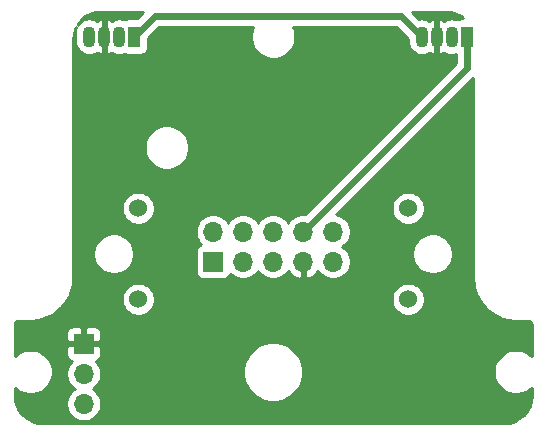
<source format=gbr>
%TF.GenerationSoftware,KiCad,Pcbnew,(5.1.9)-1*%
%TF.CreationDate,2021-09-08T15:23:30-06:00*%
%TF.ProjectId,standby_airspeed_vvi,7374616e-6462-4795-9f61-697273706565,rev?*%
%TF.SameCoordinates,Original*%
%TF.FileFunction,Copper,L2,Bot*%
%TF.FilePolarity,Positive*%
%FSLAX46Y46*%
G04 Gerber Fmt 4.6, Leading zero omitted, Abs format (unit mm)*
G04 Created by KiCad (PCBNEW (5.1.9)-1) date 2021-09-08 15:23:30*
%MOMM*%
%LPD*%
G01*
G04 APERTURE LIST*
%TA.AperFunction,ComponentPad*%
%ADD10C,1.524000*%
%TD*%
%TA.AperFunction,ComponentPad*%
%ADD11O,1.700000X1.700000*%
%TD*%
%TA.AperFunction,ComponentPad*%
%ADD12R,1.700000X1.700000*%
%TD*%
%TA.AperFunction,ComponentPad*%
%ADD13O,1.070000X1.800000*%
%TD*%
%TA.AperFunction,ComponentPad*%
%ADD14R,1.070000X1.800000*%
%TD*%
%TA.AperFunction,Conductor*%
%ADD15C,0.609600*%
%TD*%
%TA.AperFunction,Conductor*%
%ADD16C,0.254000*%
%TD*%
%TA.AperFunction,Conductor*%
%ADD17C,0.100000*%
%TD*%
G04 APERTURE END LIST*
D10*
%TO.P,M1,4*%
%TO.N,/COIL4*%
X191362766Y-93017952D03*
%TO.P,M1,3*%
%TO.N,/COIL3*%
X191362766Y-100717952D03*
%TO.P,M1,2*%
%TO.N,/COIL2*%
X168512766Y-100717952D03*
%TO.P,M1,1*%
%TO.N,/COIL1*%
X168512766Y-93017952D03*
%TD*%
D11*
%TO.P,J3,3*%
%TO.N,GND*%
X163897766Y-109567952D03*
%TO.P,J3,2*%
%TO.N,/ZERO_DETECT*%
X163897766Y-107027952D03*
D12*
%TO.P,J3,1*%
%TO.N,+5V*%
X163897766Y-104487952D03*
%TD*%
D11*
%TO.P,J1,10*%
%TO.N,/COIL4*%
X185017766Y-94994574D03*
%TO.P,J1,9*%
%TO.N,/COIL3*%
X185017766Y-97534574D03*
%TO.P,J1,8*%
%TO.N,/LED_DOUT*%
X182477766Y-94994574D03*
%TO.P,J1,7*%
%TO.N,+5V*%
X182477766Y-97534574D03*
%TO.P,J1,6*%
%TO.N,GND*%
X179937766Y-94994574D03*
%TO.P,J1,5*%
X179937766Y-97534574D03*
%TO.P,J1,4*%
%TO.N,/LED_DIN*%
X177397766Y-94994574D03*
%TO.P,J1,3*%
%TO.N,/ZERO_DETECT*%
X177397766Y-97534574D03*
%TO.P,J1,2*%
%TO.N,/COIL1*%
X174857766Y-94994574D03*
D12*
%TO.P,J1,1*%
%TO.N,/COIL2*%
X174857766Y-97534574D03*
%TD*%
D13*
%TO.P,D2,4*%
%TO.N,Net-(D1-Pad1)*%
X192515515Y-78484574D03*
%TO.P,D2,3*%
%TO.N,+5V*%
X193785515Y-78484574D03*
%TO.P,D2,2*%
%TO.N,GND*%
X195055515Y-78484574D03*
D14*
%TO.P,D2,1*%
%TO.N,/LED_DOUT*%
X196325515Y-78484574D03*
%TD*%
D13*
%TO.P,D1,4*%
%TO.N,/LED_DIN*%
X164360016Y-78484574D03*
%TO.P,D1,3*%
%TO.N,+5V*%
X165630016Y-78484574D03*
%TO.P,D1,2*%
%TO.N,GND*%
X166900016Y-78484574D03*
D14*
%TO.P,D1,1*%
%TO.N,Net-(D1-Pad1)*%
X168170016Y-78484574D03*
%TD*%
D15*
%TO.N,Net-(D1-Pad1)*%
X190760714Y-76729773D02*
X192515515Y-78484574D01*
X169924817Y-76729773D02*
X190760714Y-76729773D01*
X168170016Y-78484574D02*
X169924817Y-76729773D01*
%TO.N,/LED_DOUT*%
X196325515Y-81146825D02*
X196325515Y-78484574D01*
X182477766Y-94994574D02*
X196325515Y-81146825D01*
%TD*%
D16*
%TO.N,+5V*%
X168379011Y-76946502D02*
X167635016Y-76946502D01*
X167510534Y-76958762D01*
X167390836Y-76995072D01*
X167330273Y-77027444D01*
X167129376Y-76966503D01*
X166900016Y-76943913D01*
X166670657Y-76966503D01*
X166450111Y-77033405D01*
X166262420Y-77133728D01*
X166174437Y-77076197D01*
X165937399Y-76990674D01*
X165757016Y-77116330D01*
X165757016Y-77857014D01*
X165746945Y-77890214D01*
X165730016Y-78062097D01*
X165730016Y-78907050D01*
X165746945Y-79078933D01*
X165757016Y-79112133D01*
X165757016Y-79852818D01*
X165937399Y-79978474D01*
X166174437Y-79892951D01*
X166262420Y-79835420D01*
X166450110Y-79935743D01*
X166670656Y-80002645D01*
X166900016Y-80025235D01*
X167129375Y-80002645D01*
X167330272Y-79941703D01*
X167390836Y-79974076D01*
X167510534Y-80010386D01*
X167635016Y-80022646D01*
X168705016Y-80022646D01*
X168829498Y-80010386D01*
X168949196Y-79974076D01*
X169059510Y-79915111D01*
X169156201Y-79835759D01*
X169235553Y-79739068D01*
X169294518Y-79628754D01*
X169330828Y-79509056D01*
X169343088Y-79384574D01*
X169343088Y-78640579D01*
X170314095Y-77669573D01*
X178235041Y-77669573D01*
X178125205Y-77934740D01*
X178052766Y-78298918D01*
X178052766Y-78670230D01*
X178125205Y-79034408D01*
X178267300Y-79377456D01*
X178473591Y-79686192D01*
X178736148Y-79948749D01*
X179044884Y-80155040D01*
X179387932Y-80297135D01*
X179752110Y-80369574D01*
X180123422Y-80369574D01*
X180487600Y-80297135D01*
X180830648Y-80155040D01*
X181139384Y-79948749D01*
X181401941Y-79686192D01*
X181608232Y-79377456D01*
X181750327Y-79034408D01*
X181822766Y-78670230D01*
X181822766Y-78298918D01*
X181750327Y-77934740D01*
X181640491Y-77669573D01*
X190371438Y-77669573D01*
X191345515Y-78643651D01*
X191345515Y-78907050D01*
X191362444Y-79078933D01*
X191429346Y-79299479D01*
X191537989Y-79502735D01*
X191684197Y-79680892D01*
X191862353Y-79827100D01*
X192065609Y-79935743D01*
X192286155Y-80002645D01*
X192515515Y-80025235D01*
X192744874Y-80002645D01*
X192965420Y-79935743D01*
X193153111Y-79835420D01*
X193241094Y-79892951D01*
X193478132Y-79978474D01*
X193658515Y-79852818D01*
X193658515Y-79112134D01*
X193668586Y-79078934D01*
X193685515Y-78907051D01*
X193685515Y-78062098D01*
X193668586Y-77890215D01*
X193658515Y-77857015D01*
X193658515Y-77116330D01*
X193478132Y-76990674D01*
X193241094Y-77076197D01*
X193153111Y-77133728D01*
X192965421Y-77033405D01*
X192744875Y-76966503D01*
X192515515Y-76943913D01*
X192322902Y-76962884D01*
X191725469Y-76365452D01*
X194483236Y-76365452D01*
X194969408Y-76413122D01*
X195406013Y-76544941D01*
X195808700Y-76759052D01*
X196038536Y-76946502D01*
X195790515Y-76946502D01*
X195666033Y-76958762D01*
X195546335Y-76995072D01*
X195485772Y-77027444D01*
X195284875Y-76966503D01*
X195055515Y-76943913D01*
X194826156Y-76966503D01*
X194605610Y-77033405D01*
X194417919Y-77133728D01*
X194329936Y-77076197D01*
X194092898Y-76990674D01*
X193912515Y-77116330D01*
X193912515Y-77857014D01*
X193902444Y-77890214D01*
X193885515Y-78062097D01*
X193885515Y-78907050D01*
X193902444Y-79078933D01*
X193912515Y-79112133D01*
X193912515Y-79852818D01*
X194092898Y-79978474D01*
X194329936Y-79892951D01*
X194417919Y-79835420D01*
X194605609Y-79935743D01*
X194826155Y-80002645D01*
X195055515Y-80025235D01*
X195284874Y-80002645D01*
X195385715Y-79972055D01*
X195385715Y-80757547D01*
X182632087Y-93511177D01*
X182624026Y-93509574D01*
X182331506Y-93509574D01*
X182044608Y-93566642D01*
X181774355Y-93678584D01*
X181531134Y-93841099D01*
X181324291Y-94047942D01*
X181207766Y-94222334D01*
X181091241Y-94047942D01*
X180884398Y-93841099D01*
X180641177Y-93678584D01*
X180370924Y-93566642D01*
X180084026Y-93509574D01*
X179791506Y-93509574D01*
X179504608Y-93566642D01*
X179234355Y-93678584D01*
X178991134Y-93841099D01*
X178784291Y-94047942D01*
X178667766Y-94222334D01*
X178551241Y-94047942D01*
X178344398Y-93841099D01*
X178101177Y-93678584D01*
X177830924Y-93566642D01*
X177544026Y-93509574D01*
X177251506Y-93509574D01*
X176964608Y-93566642D01*
X176694355Y-93678584D01*
X176451134Y-93841099D01*
X176244291Y-94047942D01*
X176127766Y-94222334D01*
X176011241Y-94047942D01*
X175804398Y-93841099D01*
X175561177Y-93678584D01*
X175290924Y-93566642D01*
X175004026Y-93509574D01*
X174711506Y-93509574D01*
X174424608Y-93566642D01*
X174154355Y-93678584D01*
X173911134Y-93841099D01*
X173704291Y-94047942D01*
X173541776Y-94291163D01*
X173429834Y-94561416D01*
X173372766Y-94848314D01*
X173372766Y-95140834D01*
X173429834Y-95427732D01*
X173541776Y-95697985D01*
X173704291Y-95941206D01*
X173836146Y-96073061D01*
X173763586Y-96095072D01*
X173653272Y-96154037D01*
X173556581Y-96233389D01*
X173477229Y-96330080D01*
X173418264Y-96440394D01*
X173381954Y-96560092D01*
X173369694Y-96684574D01*
X173369694Y-98384574D01*
X173381954Y-98509056D01*
X173418264Y-98628754D01*
X173477229Y-98739068D01*
X173556581Y-98835759D01*
X173653272Y-98915111D01*
X173763586Y-98974076D01*
X173883284Y-99010386D01*
X174007766Y-99022646D01*
X175707766Y-99022646D01*
X175832248Y-99010386D01*
X175951946Y-98974076D01*
X176062260Y-98915111D01*
X176158951Y-98835759D01*
X176238303Y-98739068D01*
X176297268Y-98628754D01*
X176319279Y-98556194D01*
X176451134Y-98688049D01*
X176694355Y-98850564D01*
X176964608Y-98962506D01*
X177251506Y-99019574D01*
X177544026Y-99019574D01*
X177830924Y-98962506D01*
X178101177Y-98850564D01*
X178344398Y-98688049D01*
X178551241Y-98481206D01*
X178667766Y-98306814D01*
X178784291Y-98481206D01*
X178991134Y-98688049D01*
X179234355Y-98850564D01*
X179504608Y-98962506D01*
X179791506Y-99019574D01*
X180084026Y-99019574D01*
X180370924Y-98962506D01*
X180641177Y-98850564D01*
X180884398Y-98688049D01*
X181091241Y-98481206D01*
X181212961Y-98299040D01*
X181282588Y-98415929D01*
X181477497Y-98632162D01*
X181710846Y-98806215D01*
X181973667Y-98931399D01*
X182120876Y-98976050D01*
X182350766Y-98854729D01*
X182350766Y-97661574D01*
X182330766Y-97661574D01*
X182330766Y-97407574D01*
X182350766Y-97407574D01*
X182350766Y-97387574D01*
X182604766Y-97387574D01*
X182604766Y-97407574D01*
X182624766Y-97407574D01*
X182624766Y-97661574D01*
X182604766Y-97661574D01*
X182604766Y-98854729D01*
X182834656Y-98976050D01*
X182981865Y-98931399D01*
X183244686Y-98806215D01*
X183478035Y-98632162D01*
X183672944Y-98415929D01*
X183742571Y-98299040D01*
X183864291Y-98481206D01*
X184071134Y-98688049D01*
X184314355Y-98850564D01*
X184584608Y-98962506D01*
X184871506Y-99019574D01*
X185164026Y-99019574D01*
X185450924Y-98962506D01*
X185721177Y-98850564D01*
X185964398Y-98688049D01*
X186171241Y-98481206D01*
X186333756Y-98237985D01*
X186445698Y-97967732D01*
X186502766Y-97680834D01*
X186502766Y-97388314D01*
X186445698Y-97101416D01*
X186333756Y-96831163D01*
X186244158Y-96697069D01*
X191702766Y-96697069D01*
X191702766Y-97038835D01*
X191769441Y-97374033D01*
X191900229Y-97689783D01*
X192090103Y-97973950D01*
X192331768Y-98215615D01*
X192615935Y-98405489D01*
X192931685Y-98536277D01*
X193266883Y-98602952D01*
X193608649Y-98602952D01*
X193943847Y-98536277D01*
X194259597Y-98405489D01*
X194543764Y-98215615D01*
X194785429Y-97973950D01*
X194975303Y-97689783D01*
X195106091Y-97374033D01*
X195172766Y-97038835D01*
X195172766Y-96697069D01*
X195106091Y-96361871D01*
X194975303Y-96046121D01*
X194785429Y-95761954D01*
X194543764Y-95520289D01*
X194259597Y-95330415D01*
X193943847Y-95199627D01*
X193608649Y-95132952D01*
X193266883Y-95132952D01*
X192931685Y-95199627D01*
X192615935Y-95330415D01*
X192331768Y-95520289D01*
X192090103Y-95761954D01*
X191900229Y-96046121D01*
X191769441Y-96361871D01*
X191702766Y-96697069D01*
X186244158Y-96697069D01*
X186171241Y-96587942D01*
X185964398Y-96381099D01*
X185790006Y-96264574D01*
X185964398Y-96148049D01*
X186171241Y-95941206D01*
X186333756Y-95697985D01*
X186445698Y-95427732D01*
X186502766Y-95140834D01*
X186502766Y-94848314D01*
X186445698Y-94561416D01*
X186333756Y-94291163D01*
X186171241Y-94047942D01*
X185964398Y-93841099D01*
X185721177Y-93678584D01*
X185450924Y-93566642D01*
X185270636Y-93530780D01*
X185921056Y-92880360D01*
X189965766Y-92880360D01*
X189965766Y-93155544D01*
X190019452Y-93425442D01*
X190124761Y-93679679D01*
X190277646Y-93908487D01*
X190472231Y-94103072D01*
X190701039Y-94255957D01*
X190955276Y-94361266D01*
X191225174Y-94414952D01*
X191500358Y-94414952D01*
X191770256Y-94361266D01*
X192024493Y-94255957D01*
X192253301Y-94103072D01*
X192447886Y-93908487D01*
X192600771Y-93679679D01*
X192706080Y-93425442D01*
X192759766Y-93155544D01*
X192759766Y-92880360D01*
X192706080Y-92610462D01*
X192600771Y-92356225D01*
X192447886Y-92127417D01*
X192253301Y-91932832D01*
X192024493Y-91779947D01*
X191770256Y-91674638D01*
X191500358Y-91620952D01*
X191225174Y-91620952D01*
X190955276Y-91674638D01*
X190701039Y-91779947D01*
X190472231Y-91932832D01*
X190277646Y-92127417D01*
X190124761Y-92356225D01*
X190019452Y-92610462D01*
X189965766Y-92880360D01*
X185921056Y-92880360D01*
X196855515Y-81945903D01*
X196855516Y-98900371D01*
X196858435Y-98930006D01*
X196858304Y-98948713D01*
X196859204Y-98957885D01*
X196920404Y-99540174D01*
X196932436Y-99598784D01*
X196943642Y-99657532D01*
X196946306Y-99666354D01*
X197119443Y-100225667D01*
X197142613Y-100280785D01*
X197165031Y-100336274D01*
X197169358Y-100344410D01*
X197447834Y-100859442D01*
X197481272Y-100909016D01*
X197514039Y-100959090D01*
X197519863Y-100966231D01*
X197893073Y-101417364D01*
X197935544Y-101459540D01*
X197977372Y-101502253D01*
X197984472Y-101508127D01*
X198438201Y-101878179D01*
X198488009Y-101911272D01*
X198537383Y-101945079D01*
X198545489Y-101949462D01*
X199062454Y-102224336D01*
X199117766Y-102247134D01*
X199172740Y-102270696D01*
X199181543Y-102273421D01*
X199742051Y-102442648D01*
X199800739Y-102454268D01*
X199859242Y-102466704D01*
X199868407Y-102467667D01*
X200451109Y-102524802D01*
X200451123Y-102524802D01*
X200483096Y-102527951D01*
X201458971Y-102527951D01*
X201556674Y-102537531D01*
X201619606Y-102556531D01*
X201677655Y-102587396D01*
X201728593Y-102628940D01*
X201770498Y-102679595D01*
X201801765Y-102737422D01*
X201821206Y-102800223D01*
X201831251Y-102895796D01*
X201831251Y-105542159D01*
X201692868Y-105403776D01*
X201384132Y-105197485D01*
X201041084Y-105055390D01*
X200676906Y-104982951D01*
X200305594Y-104982951D01*
X199941416Y-105055390D01*
X199598368Y-105197485D01*
X199289632Y-105403776D01*
X199027075Y-105666333D01*
X198820784Y-105975069D01*
X198678689Y-106318117D01*
X198606250Y-106682295D01*
X198606250Y-107053607D01*
X198678689Y-107417785D01*
X198820784Y-107760833D01*
X199027075Y-108069569D01*
X199289632Y-108332126D01*
X199598368Y-108538417D01*
X199941416Y-108680512D01*
X200305594Y-108752951D01*
X200676906Y-108752951D01*
X201041084Y-108680512D01*
X201384132Y-108538417D01*
X201692868Y-108332126D01*
X201831250Y-108193744D01*
X201831250Y-108835672D01*
X201783580Y-109321845D01*
X201651762Y-109758448D01*
X201437649Y-110161137D01*
X201149400Y-110514564D01*
X200797989Y-110805278D01*
X200396814Y-111022191D01*
X199961136Y-111157057D01*
X199476914Y-111207951D01*
X160416560Y-111207951D01*
X159930387Y-111160281D01*
X159493784Y-111028463D01*
X159091095Y-110814350D01*
X158737668Y-110526101D01*
X158446954Y-110174690D01*
X158230041Y-109773515D01*
X158095175Y-109337837D01*
X158044281Y-108853615D01*
X158044281Y-108193744D01*
X158182663Y-108332126D01*
X158491399Y-108538417D01*
X158834447Y-108680512D01*
X159198625Y-108752951D01*
X159569937Y-108752951D01*
X159934115Y-108680512D01*
X160277163Y-108538417D01*
X160585899Y-108332126D01*
X160848456Y-108069569D01*
X161054747Y-107760833D01*
X161196842Y-107417785D01*
X161269281Y-107053607D01*
X161269281Y-106682295D01*
X161196842Y-106318117D01*
X161054747Y-105975069D01*
X160848456Y-105666333D01*
X160585899Y-105403776D01*
X160487387Y-105337952D01*
X162409694Y-105337952D01*
X162421954Y-105462434D01*
X162458264Y-105582132D01*
X162517229Y-105692446D01*
X162596581Y-105789137D01*
X162693272Y-105868489D01*
X162803586Y-105927454D01*
X162876146Y-105949465D01*
X162744291Y-106081320D01*
X162581776Y-106324541D01*
X162469834Y-106594794D01*
X162412766Y-106881692D01*
X162412766Y-107174212D01*
X162469834Y-107461110D01*
X162581776Y-107731363D01*
X162744291Y-107974584D01*
X162951134Y-108181427D01*
X163125526Y-108297952D01*
X162951134Y-108414477D01*
X162744291Y-108621320D01*
X162581776Y-108864541D01*
X162469834Y-109134794D01*
X162412766Y-109421692D01*
X162412766Y-109714212D01*
X162469834Y-110001110D01*
X162581776Y-110271363D01*
X162744291Y-110514584D01*
X162951134Y-110721427D01*
X163194355Y-110883942D01*
X163464608Y-110995884D01*
X163751506Y-111052952D01*
X164044026Y-111052952D01*
X164330924Y-110995884D01*
X164601177Y-110883942D01*
X164844398Y-110721427D01*
X165051241Y-110514584D01*
X165213756Y-110271363D01*
X165325698Y-110001110D01*
X165382766Y-109714212D01*
X165382766Y-109421692D01*
X165325698Y-109134794D01*
X165213756Y-108864541D01*
X165051241Y-108621320D01*
X164844398Y-108414477D01*
X164670006Y-108297952D01*
X164844398Y-108181427D01*
X165051241Y-107974584D01*
X165213756Y-107731363D01*
X165325698Y-107461110D01*
X165382766Y-107174212D01*
X165382766Y-106881692D01*
X165330369Y-106618276D01*
X177402766Y-106618276D01*
X177402766Y-107117628D01*
X177500184Y-107607384D01*
X177691278Y-108068725D01*
X177968703Y-108483920D01*
X178321798Y-108837015D01*
X178736993Y-109114440D01*
X179198334Y-109305534D01*
X179688090Y-109402952D01*
X180187442Y-109402952D01*
X180677198Y-109305534D01*
X181138539Y-109114440D01*
X181553734Y-108837015D01*
X181906829Y-108483920D01*
X182184254Y-108068725D01*
X182375348Y-107607384D01*
X182472766Y-107117628D01*
X182472766Y-106618276D01*
X182375348Y-106128520D01*
X182184254Y-105667179D01*
X181906829Y-105251984D01*
X181553734Y-104898889D01*
X181138539Y-104621464D01*
X180677198Y-104430370D01*
X180187442Y-104332952D01*
X179688090Y-104332952D01*
X179198334Y-104430370D01*
X178736993Y-104621464D01*
X178321798Y-104898889D01*
X177968703Y-105251984D01*
X177691278Y-105667179D01*
X177500184Y-106128520D01*
X177402766Y-106618276D01*
X165330369Y-106618276D01*
X165325698Y-106594794D01*
X165213756Y-106324541D01*
X165051241Y-106081320D01*
X164919386Y-105949465D01*
X164991946Y-105927454D01*
X165102260Y-105868489D01*
X165198951Y-105789137D01*
X165278303Y-105692446D01*
X165337268Y-105582132D01*
X165373578Y-105462434D01*
X165385838Y-105337952D01*
X165382766Y-104773702D01*
X165224016Y-104614952D01*
X164024766Y-104614952D01*
X164024766Y-104634952D01*
X163770766Y-104634952D01*
X163770766Y-104614952D01*
X162571516Y-104614952D01*
X162412766Y-104773702D01*
X162409694Y-105337952D01*
X160487387Y-105337952D01*
X160277163Y-105197485D01*
X159934115Y-105055390D01*
X159569937Y-104982951D01*
X159198625Y-104982951D01*
X158834447Y-105055390D01*
X158491399Y-105197485D01*
X158182663Y-105403776D01*
X158044281Y-105542158D01*
X158044281Y-103637952D01*
X162409694Y-103637952D01*
X162412766Y-104202202D01*
X162571516Y-104360952D01*
X163770766Y-104360952D01*
X163770766Y-103161702D01*
X164024766Y-103161702D01*
X164024766Y-104360952D01*
X165224016Y-104360952D01*
X165382766Y-104202202D01*
X165385838Y-103637952D01*
X165373578Y-103513470D01*
X165337268Y-103393772D01*
X165278303Y-103283458D01*
X165198951Y-103186767D01*
X165102260Y-103107415D01*
X164991946Y-103048450D01*
X164872248Y-103012140D01*
X164747766Y-102999880D01*
X164183516Y-103002952D01*
X164024766Y-103161702D01*
X163770766Y-103161702D01*
X163612016Y-103002952D01*
X163047766Y-102999880D01*
X162923284Y-103012140D01*
X162803586Y-103048450D01*
X162693272Y-103107415D01*
X162596581Y-103186767D01*
X162517229Y-103283458D01*
X162458264Y-103393772D01*
X162421954Y-103513470D01*
X162409694Y-103637952D01*
X158044281Y-103637952D01*
X158044281Y-102900230D01*
X158053861Y-102802527D01*
X158072861Y-102739595D01*
X158103726Y-102681546D01*
X158145270Y-102630608D01*
X158195925Y-102588703D01*
X158253752Y-102557436D01*
X158316553Y-102537995D01*
X158412116Y-102527951D01*
X159392435Y-102527951D01*
X159422079Y-102525031D01*
X159440777Y-102525162D01*
X159449949Y-102524262D01*
X160032238Y-102463062D01*
X160090818Y-102451037D01*
X160149596Y-102439825D01*
X160158417Y-102437161D01*
X160717729Y-102264025D01*
X160772859Y-102240850D01*
X160828338Y-102218436D01*
X160836474Y-102214109D01*
X161351507Y-101935632D01*
X161401098Y-101902182D01*
X161451152Y-101869428D01*
X161458293Y-101863603D01*
X161909428Y-101490393D01*
X161951568Y-101447957D01*
X161994318Y-101406094D01*
X162000192Y-101398993D01*
X162370243Y-100945265D01*
X162403332Y-100895461D01*
X162437142Y-100846083D01*
X162441524Y-100837977D01*
X162578501Y-100580360D01*
X167115766Y-100580360D01*
X167115766Y-100855544D01*
X167169452Y-101125442D01*
X167274761Y-101379679D01*
X167427646Y-101608487D01*
X167622231Y-101803072D01*
X167851039Y-101955957D01*
X168105276Y-102061266D01*
X168375174Y-102114952D01*
X168650358Y-102114952D01*
X168920256Y-102061266D01*
X169174493Y-101955957D01*
X169403301Y-101803072D01*
X169597886Y-101608487D01*
X169750771Y-101379679D01*
X169856080Y-101125442D01*
X169909766Y-100855544D01*
X169909766Y-100580360D01*
X189965766Y-100580360D01*
X189965766Y-100855544D01*
X190019452Y-101125442D01*
X190124761Y-101379679D01*
X190277646Y-101608487D01*
X190472231Y-101803072D01*
X190701039Y-101955957D01*
X190955276Y-102061266D01*
X191225174Y-102114952D01*
X191500358Y-102114952D01*
X191770256Y-102061266D01*
X192024493Y-101955957D01*
X192253301Y-101803072D01*
X192447886Y-101608487D01*
X192600771Y-101379679D01*
X192706080Y-101125442D01*
X192759766Y-100855544D01*
X192759766Y-100580360D01*
X192706080Y-100310462D01*
X192600771Y-100056225D01*
X192447886Y-99827417D01*
X192253301Y-99632832D01*
X192024493Y-99479947D01*
X191770256Y-99374638D01*
X191500358Y-99320952D01*
X191225174Y-99320952D01*
X190955276Y-99374638D01*
X190701039Y-99479947D01*
X190472231Y-99632832D01*
X190277646Y-99827417D01*
X190124761Y-100056225D01*
X190019452Y-100310462D01*
X189965766Y-100580360D01*
X169909766Y-100580360D01*
X169856080Y-100310462D01*
X169750771Y-100056225D01*
X169597886Y-99827417D01*
X169403301Y-99632832D01*
X169174493Y-99479947D01*
X168920256Y-99374638D01*
X168650358Y-99320952D01*
X168375174Y-99320952D01*
X168105276Y-99374638D01*
X167851039Y-99479947D01*
X167622231Y-99632832D01*
X167427646Y-99827417D01*
X167274761Y-100056225D01*
X167169452Y-100310462D01*
X167115766Y-100580360D01*
X162578501Y-100580360D01*
X162716399Y-100321014D01*
X162739203Y-100265687D01*
X162762759Y-100210727D01*
X162765484Y-100201924D01*
X162934711Y-99641416D01*
X162946331Y-99582728D01*
X162958767Y-99524225D01*
X162959730Y-99515060D01*
X163016732Y-98933716D01*
X163020016Y-98900371D01*
X163020016Y-96697069D01*
X164702766Y-96697069D01*
X164702766Y-97038835D01*
X164769441Y-97374033D01*
X164900229Y-97689783D01*
X165090103Y-97973950D01*
X165331768Y-98215615D01*
X165615935Y-98405489D01*
X165931685Y-98536277D01*
X166266883Y-98602952D01*
X166608649Y-98602952D01*
X166943847Y-98536277D01*
X167259597Y-98405489D01*
X167543764Y-98215615D01*
X167785429Y-97973950D01*
X167975303Y-97689783D01*
X168106091Y-97374033D01*
X168172766Y-97038835D01*
X168172766Y-96697069D01*
X168106091Y-96361871D01*
X167975303Y-96046121D01*
X167785429Y-95761954D01*
X167543764Y-95520289D01*
X167259597Y-95330415D01*
X166943847Y-95199627D01*
X166608649Y-95132952D01*
X166266883Y-95132952D01*
X165931685Y-95199627D01*
X165615935Y-95330415D01*
X165331768Y-95520289D01*
X165090103Y-95761954D01*
X164900229Y-96046121D01*
X164769441Y-96361871D01*
X164702766Y-96697069D01*
X163020016Y-96697069D01*
X163020016Y-92880360D01*
X167115766Y-92880360D01*
X167115766Y-93155544D01*
X167169452Y-93425442D01*
X167274761Y-93679679D01*
X167427646Y-93908487D01*
X167622231Y-94103072D01*
X167851039Y-94255957D01*
X168105276Y-94361266D01*
X168375174Y-94414952D01*
X168650358Y-94414952D01*
X168920256Y-94361266D01*
X169174493Y-94255957D01*
X169403301Y-94103072D01*
X169597886Y-93908487D01*
X169750771Y-93679679D01*
X169856080Y-93425442D01*
X169909766Y-93155544D01*
X169909766Y-92880360D01*
X169856080Y-92610462D01*
X169750771Y-92356225D01*
X169597886Y-92127417D01*
X169403301Y-91932832D01*
X169174493Y-91779947D01*
X168920256Y-91674638D01*
X168650358Y-91620952D01*
X168375174Y-91620952D01*
X168105276Y-91674638D01*
X167851039Y-91779947D01*
X167622231Y-91932832D01*
X167427646Y-92127417D01*
X167274761Y-92356225D01*
X167169452Y-92610462D01*
X167115766Y-92880360D01*
X163020016Y-92880360D01*
X163020016Y-87682296D01*
X169052766Y-87682296D01*
X169052766Y-88053608D01*
X169125205Y-88417786D01*
X169267300Y-88760834D01*
X169473591Y-89069570D01*
X169736148Y-89332127D01*
X170044884Y-89538418D01*
X170387932Y-89680513D01*
X170752110Y-89752952D01*
X171123422Y-89752952D01*
X171487600Y-89680513D01*
X171830648Y-89538418D01*
X172139384Y-89332127D01*
X172401941Y-89069570D01*
X172608232Y-88760834D01*
X172750327Y-88417786D01*
X172822766Y-88053608D01*
X172822766Y-87682296D01*
X172750327Y-87318118D01*
X172608232Y-86975070D01*
X172401941Y-86666334D01*
X172139384Y-86403777D01*
X171830648Y-86197486D01*
X171487600Y-86055391D01*
X171123422Y-85982952D01*
X170752110Y-85982952D01*
X170387932Y-86055391D01*
X170044884Y-86197486D01*
X169736148Y-86403777D01*
X169473591Y-86666334D01*
X169267300Y-86975070D01*
X169125205Y-87318118D01*
X169052766Y-87682296D01*
X163020016Y-87682296D01*
X163020016Y-78737731D01*
X163067686Y-78251559D01*
X163199505Y-77814954D01*
X163269985Y-77682399D01*
X163206945Y-77890214D01*
X163190016Y-78062097D01*
X163190016Y-78907050D01*
X163206945Y-79078933D01*
X163273847Y-79299479D01*
X163382490Y-79502735D01*
X163528698Y-79680892D01*
X163706854Y-79827100D01*
X163910110Y-79935743D01*
X164130656Y-80002645D01*
X164360016Y-80025235D01*
X164589375Y-80002645D01*
X164809921Y-79935743D01*
X164997612Y-79835420D01*
X165085595Y-79892951D01*
X165322633Y-79978474D01*
X165503016Y-79852818D01*
X165503016Y-79112134D01*
X165513087Y-79078934D01*
X165530016Y-78907051D01*
X165530016Y-78062098D01*
X165513087Y-77890215D01*
X165503016Y-77857015D01*
X165503016Y-77116330D01*
X165322633Y-76990674D01*
X165085595Y-77076197D01*
X164997612Y-77133728D01*
X164809922Y-77033405D01*
X164589376Y-76966503D01*
X164360016Y-76943913D01*
X164130657Y-76966503D01*
X163910111Y-77033405D01*
X163706855Y-77142048D01*
X163528699Y-77288256D01*
X163389125Y-77458328D01*
X163413616Y-77412267D01*
X163701864Y-77058840D01*
X164053277Y-76768125D01*
X164454455Y-76551210D01*
X164890129Y-76416346D01*
X165374360Y-76365452D01*
X168960060Y-76365452D01*
X168379011Y-76946502D01*
%TA.AperFunction,Conductor*%
D17*
G36*
X168379011Y-76946502D02*
G01*
X167635016Y-76946502D01*
X167510534Y-76958762D01*
X167390836Y-76995072D01*
X167330273Y-77027444D01*
X167129376Y-76966503D01*
X166900016Y-76943913D01*
X166670657Y-76966503D01*
X166450111Y-77033405D01*
X166262420Y-77133728D01*
X166174437Y-77076197D01*
X165937399Y-76990674D01*
X165757016Y-77116330D01*
X165757016Y-77857014D01*
X165746945Y-77890214D01*
X165730016Y-78062097D01*
X165730016Y-78907050D01*
X165746945Y-79078933D01*
X165757016Y-79112133D01*
X165757016Y-79852818D01*
X165937399Y-79978474D01*
X166174437Y-79892951D01*
X166262420Y-79835420D01*
X166450110Y-79935743D01*
X166670656Y-80002645D01*
X166900016Y-80025235D01*
X167129375Y-80002645D01*
X167330272Y-79941703D01*
X167390836Y-79974076D01*
X167510534Y-80010386D01*
X167635016Y-80022646D01*
X168705016Y-80022646D01*
X168829498Y-80010386D01*
X168949196Y-79974076D01*
X169059510Y-79915111D01*
X169156201Y-79835759D01*
X169235553Y-79739068D01*
X169294518Y-79628754D01*
X169330828Y-79509056D01*
X169343088Y-79384574D01*
X169343088Y-78640579D01*
X170314095Y-77669573D01*
X178235041Y-77669573D01*
X178125205Y-77934740D01*
X178052766Y-78298918D01*
X178052766Y-78670230D01*
X178125205Y-79034408D01*
X178267300Y-79377456D01*
X178473591Y-79686192D01*
X178736148Y-79948749D01*
X179044884Y-80155040D01*
X179387932Y-80297135D01*
X179752110Y-80369574D01*
X180123422Y-80369574D01*
X180487600Y-80297135D01*
X180830648Y-80155040D01*
X181139384Y-79948749D01*
X181401941Y-79686192D01*
X181608232Y-79377456D01*
X181750327Y-79034408D01*
X181822766Y-78670230D01*
X181822766Y-78298918D01*
X181750327Y-77934740D01*
X181640491Y-77669573D01*
X190371438Y-77669573D01*
X191345515Y-78643651D01*
X191345515Y-78907050D01*
X191362444Y-79078933D01*
X191429346Y-79299479D01*
X191537989Y-79502735D01*
X191684197Y-79680892D01*
X191862353Y-79827100D01*
X192065609Y-79935743D01*
X192286155Y-80002645D01*
X192515515Y-80025235D01*
X192744874Y-80002645D01*
X192965420Y-79935743D01*
X193153111Y-79835420D01*
X193241094Y-79892951D01*
X193478132Y-79978474D01*
X193658515Y-79852818D01*
X193658515Y-79112134D01*
X193668586Y-79078934D01*
X193685515Y-78907051D01*
X193685515Y-78062098D01*
X193668586Y-77890215D01*
X193658515Y-77857015D01*
X193658515Y-77116330D01*
X193478132Y-76990674D01*
X193241094Y-77076197D01*
X193153111Y-77133728D01*
X192965421Y-77033405D01*
X192744875Y-76966503D01*
X192515515Y-76943913D01*
X192322902Y-76962884D01*
X191725469Y-76365452D01*
X194483236Y-76365452D01*
X194969408Y-76413122D01*
X195406013Y-76544941D01*
X195808700Y-76759052D01*
X196038536Y-76946502D01*
X195790515Y-76946502D01*
X195666033Y-76958762D01*
X195546335Y-76995072D01*
X195485772Y-77027444D01*
X195284875Y-76966503D01*
X195055515Y-76943913D01*
X194826156Y-76966503D01*
X194605610Y-77033405D01*
X194417919Y-77133728D01*
X194329936Y-77076197D01*
X194092898Y-76990674D01*
X193912515Y-77116330D01*
X193912515Y-77857014D01*
X193902444Y-77890214D01*
X193885515Y-78062097D01*
X193885515Y-78907050D01*
X193902444Y-79078933D01*
X193912515Y-79112133D01*
X193912515Y-79852818D01*
X194092898Y-79978474D01*
X194329936Y-79892951D01*
X194417919Y-79835420D01*
X194605609Y-79935743D01*
X194826155Y-80002645D01*
X195055515Y-80025235D01*
X195284874Y-80002645D01*
X195385715Y-79972055D01*
X195385715Y-80757547D01*
X182632087Y-93511177D01*
X182624026Y-93509574D01*
X182331506Y-93509574D01*
X182044608Y-93566642D01*
X181774355Y-93678584D01*
X181531134Y-93841099D01*
X181324291Y-94047942D01*
X181207766Y-94222334D01*
X181091241Y-94047942D01*
X180884398Y-93841099D01*
X180641177Y-93678584D01*
X180370924Y-93566642D01*
X180084026Y-93509574D01*
X179791506Y-93509574D01*
X179504608Y-93566642D01*
X179234355Y-93678584D01*
X178991134Y-93841099D01*
X178784291Y-94047942D01*
X178667766Y-94222334D01*
X178551241Y-94047942D01*
X178344398Y-93841099D01*
X178101177Y-93678584D01*
X177830924Y-93566642D01*
X177544026Y-93509574D01*
X177251506Y-93509574D01*
X176964608Y-93566642D01*
X176694355Y-93678584D01*
X176451134Y-93841099D01*
X176244291Y-94047942D01*
X176127766Y-94222334D01*
X176011241Y-94047942D01*
X175804398Y-93841099D01*
X175561177Y-93678584D01*
X175290924Y-93566642D01*
X175004026Y-93509574D01*
X174711506Y-93509574D01*
X174424608Y-93566642D01*
X174154355Y-93678584D01*
X173911134Y-93841099D01*
X173704291Y-94047942D01*
X173541776Y-94291163D01*
X173429834Y-94561416D01*
X173372766Y-94848314D01*
X173372766Y-95140834D01*
X173429834Y-95427732D01*
X173541776Y-95697985D01*
X173704291Y-95941206D01*
X173836146Y-96073061D01*
X173763586Y-96095072D01*
X173653272Y-96154037D01*
X173556581Y-96233389D01*
X173477229Y-96330080D01*
X173418264Y-96440394D01*
X173381954Y-96560092D01*
X173369694Y-96684574D01*
X173369694Y-98384574D01*
X173381954Y-98509056D01*
X173418264Y-98628754D01*
X173477229Y-98739068D01*
X173556581Y-98835759D01*
X173653272Y-98915111D01*
X173763586Y-98974076D01*
X173883284Y-99010386D01*
X174007766Y-99022646D01*
X175707766Y-99022646D01*
X175832248Y-99010386D01*
X175951946Y-98974076D01*
X176062260Y-98915111D01*
X176158951Y-98835759D01*
X176238303Y-98739068D01*
X176297268Y-98628754D01*
X176319279Y-98556194D01*
X176451134Y-98688049D01*
X176694355Y-98850564D01*
X176964608Y-98962506D01*
X177251506Y-99019574D01*
X177544026Y-99019574D01*
X177830924Y-98962506D01*
X178101177Y-98850564D01*
X178344398Y-98688049D01*
X178551241Y-98481206D01*
X178667766Y-98306814D01*
X178784291Y-98481206D01*
X178991134Y-98688049D01*
X179234355Y-98850564D01*
X179504608Y-98962506D01*
X179791506Y-99019574D01*
X180084026Y-99019574D01*
X180370924Y-98962506D01*
X180641177Y-98850564D01*
X180884398Y-98688049D01*
X181091241Y-98481206D01*
X181212961Y-98299040D01*
X181282588Y-98415929D01*
X181477497Y-98632162D01*
X181710846Y-98806215D01*
X181973667Y-98931399D01*
X182120876Y-98976050D01*
X182350766Y-98854729D01*
X182350766Y-97661574D01*
X182330766Y-97661574D01*
X182330766Y-97407574D01*
X182350766Y-97407574D01*
X182350766Y-97387574D01*
X182604766Y-97387574D01*
X182604766Y-97407574D01*
X182624766Y-97407574D01*
X182624766Y-97661574D01*
X182604766Y-97661574D01*
X182604766Y-98854729D01*
X182834656Y-98976050D01*
X182981865Y-98931399D01*
X183244686Y-98806215D01*
X183478035Y-98632162D01*
X183672944Y-98415929D01*
X183742571Y-98299040D01*
X183864291Y-98481206D01*
X184071134Y-98688049D01*
X184314355Y-98850564D01*
X184584608Y-98962506D01*
X184871506Y-99019574D01*
X185164026Y-99019574D01*
X185450924Y-98962506D01*
X185721177Y-98850564D01*
X185964398Y-98688049D01*
X186171241Y-98481206D01*
X186333756Y-98237985D01*
X186445698Y-97967732D01*
X186502766Y-97680834D01*
X186502766Y-97388314D01*
X186445698Y-97101416D01*
X186333756Y-96831163D01*
X186244158Y-96697069D01*
X191702766Y-96697069D01*
X191702766Y-97038835D01*
X191769441Y-97374033D01*
X191900229Y-97689783D01*
X192090103Y-97973950D01*
X192331768Y-98215615D01*
X192615935Y-98405489D01*
X192931685Y-98536277D01*
X193266883Y-98602952D01*
X193608649Y-98602952D01*
X193943847Y-98536277D01*
X194259597Y-98405489D01*
X194543764Y-98215615D01*
X194785429Y-97973950D01*
X194975303Y-97689783D01*
X195106091Y-97374033D01*
X195172766Y-97038835D01*
X195172766Y-96697069D01*
X195106091Y-96361871D01*
X194975303Y-96046121D01*
X194785429Y-95761954D01*
X194543764Y-95520289D01*
X194259597Y-95330415D01*
X193943847Y-95199627D01*
X193608649Y-95132952D01*
X193266883Y-95132952D01*
X192931685Y-95199627D01*
X192615935Y-95330415D01*
X192331768Y-95520289D01*
X192090103Y-95761954D01*
X191900229Y-96046121D01*
X191769441Y-96361871D01*
X191702766Y-96697069D01*
X186244158Y-96697069D01*
X186171241Y-96587942D01*
X185964398Y-96381099D01*
X185790006Y-96264574D01*
X185964398Y-96148049D01*
X186171241Y-95941206D01*
X186333756Y-95697985D01*
X186445698Y-95427732D01*
X186502766Y-95140834D01*
X186502766Y-94848314D01*
X186445698Y-94561416D01*
X186333756Y-94291163D01*
X186171241Y-94047942D01*
X185964398Y-93841099D01*
X185721177Y-93678584D01*
X185450924Y-93566642D01*
X185270636Y-93530780D01*
X185921056Y-92880360D01*
X189965766Y-92880360D01*
X189965766Y-93155544D01*
X190019452Y-93425442D01*
X190124761Y-93679679D01*
X190277646Y-93908487D01*
X190472231Y-94103072D01*
X190701039Y-94255957D01*
X190955276Y-94361266D01*
X191225174Y-94414952D01*
X191500358Y-94414952D01*
X191770256Y-94361266D01*
X192024493Y-94255957D01*
X192253301Y-94103072D01*
X192447886Y-93908487D01*
X192600771Y-93679679D01*
X192706080Y-93425442D01*
X192759766Y-93155544D01*
X192759766Y-92880360D01*
X192706080Y-92610462D01*
X192600771Y-92356225D01*
X192447886Y-92127417D01*
X192253301Y-91932832D01*
X192024493Y-91779947D01*
X191770256Y-91674638D01*
X191500358Y-91620952D01*
X191225174Y-91620952D01*
X190955276Y-91674638D01*
X190701039Y-91779947D01*
X190472231Y-91932832D01*
X190277646Y-92127417D01*
X190124761Y-92356225D01*
X190019452Y-92610462D01*
X189965766Y-92880360D01*
X185921056Y-92880360D01*
X196855515Y-81945903D01*
X196855516Y-98900371D01*
X196858435Y-98930006D01*
X196858304Y-98948713D01*
X196859204Y-98957885D01*
X196920404Y-99540174D01*
X196932436Y-99598784D01*
X196943642Y-99657532D01*
X196946306Y-99666354D01*
X197119443Y-100225667D01*
X197142613Y-100280785D01*
X197165031Y-100336274D01*
X197169358Y-100344410D01*
X197447834Y-100859442D01*
X197481272Y-100909016D01*
X197514039Y-100959090D01*
X197519863Y-100966231D01*
X197893073Y-101417364D01*
X197935544Y-101459540D01*
X197977372Y-101502253D01*
X197984472Y-101508127D01*
X198438201Y-101878179D01*
X198488009Y-101911272D01*
X198537383Y-101945079D01*
X198545489Y-101949462D01*
X199062454Y-102224336D01*
X199117766Y-102247134D01*
X199172740Y-102270696D01*
X199181543Y-102273421D01*
X199742051Y-102442648D01*
X199800739Y-102454268D01*
X199859242Y-102466704D01*
X199868407Y-102467667D01*
X200451109Y-102524802D01*
X200451123Y-102524802D01*
X200483096Y-102527951D01*
X201458971Y-102527951D01*
X201556674Y-102537531D01*
X201619606Y-102556531D01*
X201677655Y-102587396D01*
X201728593Y-102628940D01*
X201770498Y-102679595D01*
X201801765Y-102737422D01*
X201821206Y-102800223D01*
X201831251Y-102895796D01*
X201831251Y-105542159D01*
X201692868Y-105403776D01*
X201384132Y-105197485D01*
X201041084Y-105055390D01*
X200676906Y-104982951D01*
X200305594Y-104982951D01*
X199941416Y-105055390D01*
X199598368Y-105197485D01*
X199289632Y-105403776D01*
X199027075Y-105666333D01*
X198820784Y-105975069D01*
X198678689Y-106318117D01*
X198606250Y-106682295D01*
X198606250Y-107053607D01*
X198678689Y-107417785D01*
X198820784Y-107760833D01*
X199027075Y-108069569D01*
X199289632Y-108332126D01*
X199598368Y-108538417D01*
X199941416Y-108680512D01*
X200305594Y-108752951D01*
X200676906Y-108752951D01*
X201041084Y-108680512D01*
X201384132Y-108538417D01*
X201692868Y-108332126D01*
X201831250Y-108193744D01*
X201831250Y-108835672D01*
X201783580Y-109321845D01*
X201651762Y-109758448D01*
X201437649Y-110161137D01*
X201149400Y-110514564D01*
X200797989Y-110805278D01*
X200396814Y-111022191D01*
X199961136Y-111157057D01*
X199476914Y-111207951D01*
X160416560Y-111207951D01*
X159930387Y-111160281D01*
X159493784Y-111028463D01*
X159091095Y-110814350D01*
X158737668Y-110526101D01*
X158446954Y-110174690D01*
X158230041Y-109773515D01*
X158095175Y-109337837D01*
X158044281Y-108853615D01*
X158044281Y-108193744D01*
X158182663Y-108332126D01*
X158491399Y-108538417D01*
X158834447Y-108680512D01*
X159198625Y-108752951D01*
X159569937Y-108752951D01*
X159934115Y-108680512D01*
X160277163Y-108538417D01*
X160585899Y-108332126D01*
X160848456Y-108069569D01*
X161054747Y-107760833D01*
X161196842Y-107417785D01*
X161269281Y-107053607D01*
X161269281Y-106682295D01*
X161196842Y-106318117D01*
X161054747Y-105975069D01*
X160848456Y-105666333D01*
X160585899Y-105403776D01*
X160487387Y-105337952D01*
X162409694Y-105337952D01*
X162421954Y-105462434D01*
X162458264Y-105582132D01*
X162517229Y-105692446D01*
X162596581Y-105789137D01*
X162693272Y-105868489D01*
X162803586Y-105927454D01*
X162876146Y-105949465D01*
X162744291Y-106081320D01*
X162581776Y-106324541D01*
X162469834Y-106594794D01*
X162412766Y-106881692D01*
X162412766Y-107174212D01*
X162469834Y-107461110D01*
X162581776Y-107731363D01*
X162744291Y-107974584D01*
X162951134Y-108181427D01*
X163125526Y-108297952D01*
X162951134Y-108414477D01*
X162744291Y-108621320D01*
X162581776Y-108864541D01*
X162469834Y-109134794D01*
X162412766Y-109421692D01*
X162412766Y-109714212D01*
X162469834Y-110001110D01*
X162581776Y-110271363D01*
X162744291Y-110514584D01*
X162951134Y-110721427D01*
X163194355Y-110883942D01*
X163464608Y-110995884D01*
X163751506Y-111052952D01*
X164044026Y-111052952D01*
X164330924Y-110995884D01*
X164601177Y-110883942D01*
X164844398Y-110721427D01*
X165051241Y-110514584D01*
X165213756Y-110271363D01*
X165325698Y-110001110D01*
X165382766Y-109714212D01*
X165382766Y-109421692D01*
X165325698Y-109134794D01*
X165213756Y-108864541D01*
X165051241Y-108621320D01*
X164844398Y-108414477D01*
X164670006Y-108297952D01*
X164844398Y-108181427D01*
X165051241Y-107974584D01*
X165213756Y-107731363D01*
X165325698Y-107461110D01*
X165382766Y-107174212D01*
X165382766Y-106881692D01*
X165330369Y-106618276D01*
X177402766Y-106618276D01*
X177402766Y-107117628D01*
X177500184Y-107607384D01*
X177691278Y-108068725D01*
X177968703Y-108483920D01*
X178321798Y-108837015D01*
X178736993Y-109114440D01*
X179198334Y-109305534D01*
X179688090Y-109402952D01*
X180187442Y-109402952D01*
X180677198Y-109305534D01*
X181138539Y-109114440D01*
X181553734Y-108837015D01*
X181906829Y-108483920D01*
X182184254Y-108068725D01*
X182375348Y-107607384D01*
X182472766Y-107117628D01*
X182472766Y-106618276D01*
X182375348Y-106128520D01*
X182184254Y-105667179D01*
X181906829Y-105251984D01*
X181553734Y-104898889D01*
X181138539Y-104621464D01*
X180677198Y-104430370D01*
X180187442Y-104332952D01*
X179688090Y-104332952D01*
X179198334Y-104430370D01*
X178736993Y-104621464D01*
X178321798Y-104898889D01*
X177968703Y-105251984D01*
X177691278Y-105667179D01*
X177500184Y-106128520D01*
X177402766Y-106618276D01*
X165330369Y-106618276D01*
X165325698Y-106594794D01*
X165213756Y-106324541D01*
X165051241Y-106081320D01*
X164919386Y-105949465D01*
X164991946Y-105927454D01*
X165102260Y-105868489D01*
X165198951Y-105789137D01*
X165278303Y-105692446D01*
X165337268Y-105582132D01*
X165373578Y-105462434D01*
X165385838Y-105337952D01*
X165382766Y-104773702D01*
X165224016Y-104614952D01*
X164024766Y-104614952D01*
X164024766Y-104634952D01*
X163770766Y-104634952D01*
X163770766Y-104614952D01*
X162571516Y-104614952D01*
X162412766Y-104773702D01*
X162409694Y-105337952D01*
X160487387Y-105337952D01*
X160277163Y-105197485D01*
X159934115Y-105055390D01*
X159569937Y-104982951D01*
X159198625Y-104982951D01*
X158834447Y-105055390D01*
X158491399Y-105197485D01*
X158182663Y-105403776D01*
X158044281Y-105542158D01*
X158044281Y-103637952D01*
X162409694Y-103637952D01*
X162412766Y-104202202D01*
X162571516Y-104360952D01*
X163770766Y-104360952D01*
X163770766Y-103161702D01*
X164024766Y-103161702D01*
X164024766Y-104360952D01*
X165224016Y-104360952D01*
X165382766Y-104202202D01*
X165385838Y-103637952D01*
X165373578Y-103513470D01*
X165337268Y-103393772D01*
X165278303Y-103283458D01*
X165198951Y-103186767D01*
X165102260Y-103107415D01*
X164991946Y-103048450D01*
X164872248Y-103012140D01*
X164747766Y-102999880D01*
X164183516Y-103002952D01*
X164024766Y-103161702D01*
X163770766Y-103161702D01*
X163612016Y-103002952D01*
X163047766Y-102999880D01*
X162923284Y-103012140D01*
X162803586Y-103048450D01*
X162693272Y-103107415D01*
X162596581Y-103186767D01*
X162517229Y-103283458D01*
X162458264Y-103393772D01*
X162421954Y-103513470D01*
X162409694Y-103637952D01*
X158044281Y-103637952D01*
X158044281Y-102900230D01*
X158053861Y-102802527D01*
X158072861Y-102739595D01*
X158103726Y-102681546D01*
X158145270Y-102630608D01*
X158195925Y-102588703D01*
X158253752Y-102557436D01*
X158316553Y-102537995D01*
X158412116Y-102527951D01*
X159392435Y-102527951D01*
X159422079Y-102525031D01*
X159440777Y-102525162D01*
X159449949Y-102524262D01*
X160032238Y-102463062D01*
X160090818Y-102451037D01*
X160149596Y-102439825D01*
X160158417Y-102437161D01*
X160717729Y-102264025D01*
X160772859Y-102240850D01*
X160828338Y-102218436D01*
X160836474Y-102214109D01*
X161351507Y-101935632D01*
X161401098Y-101902182D01*
X161451152Y-101869428D01*
X161458293Y-101863603D01*
X161909428Y-101490393D01*
X161951568Y-101447957D01*
X161994318Y-101406094D01*
X162000192Y-101398993D01*
X162370243Y-100945265D01*
X162403332Y-100895461D01*
X162437142Y-100846083D01*
X162441524Y-100837977D01*
X162578501Y-100580360D01*
X167115766Y-100580360D01*
X167115766Y-100855544D01*
X167169452Y-101125442D01*
X167274761Y-101379679D01*
X167427646Y-101608487D01*
X167622231Y-101803072D01*
X167851039Y-101955957D01*
X168105276Y-102061266D01*
X168375174Y-102114952D01*
X168650358Y-102114952D01*
X168920256Y-102061266D01*
X169174493Y-101955957D01*
X169403301Y-101803072D01*
X169597886Y-101608487D01*
X169750771Y-101379679D01*
X169856080Y-101125442D01*
X169909766Y-100855544D01*
X169909766Y-100580360D01*
X189965766Y-100580360D01*
X189965766Y-100855544D01*
X190019452Y-101125442D01*
X190124761Y-101379679D01*
X190277646Y-101608487D01*
X190472231Y-101803072D01*
X190701039Y-101955957D01*
X190955276Y-102061266D01*
X191225174Y-102114952D01*
X191500358Y-102114952D01*
X191770256Y-102061266D01*
X192024493Y-101955957D01*
X192253301Y-101803072D01*
X192447886Y-101608487D01*
X192600771Y-101379679D01*
X192706080Y-101125442D01*
X192759766Y-100855544D01*
X192759766Y-100580360D01*
X192706080Y-100310462D01*
X192600771Y-100056225D01*
X192447886Y-99827417D01*
X192253301Y-99632832D01*
X192024493Y-99479947D01*
X191770256Y-99374638D01*
X191500358Y-99320952D01*
X191225174Y-99320952D01*
X190955276Y-99374638D01*
X190701039Y-99479947D01*
X190472231Y-99632832D01*
X190277646Y-99827417D01*
X190124761Y-100056225D01*
X190019452Y-100310462D01*
X189965766Y-100580360D01*
X169909766Y-100580360D01*
X169856080Y-100310462D01*
X169750771Y-100056225D01*
X169597886Y-99827417D01*
X169403301Y-99632832D01*
X169174493Y-99479947D01*
X168920256Y-99374638D01*
X168650358Y-99320952D01*
X168375174Y-99320952D01*
X168105276Y-99374638D01*
X167851039Y-99479947D01*
X167622231Y-99632832D01*
X167427646Y-99827417D01*
X167274761Y-100056225D01*
X167169452Y-100310462D01*
X167115766Y-100580360D01*
X162578501Y-100580360D01*
X162716399Y-100321014D01*
X162739203Y-100265687D01*
X162762759Y-100210727D01*
X162765484Y-100201924D01*
X162934711Y-99641416D01*
X162946331Y-99582728D01*
X162958767Y-99524225D01*
X162959730Y-99515060D01*
X163016732Y-98933716D01*
X163020016Y-98900371D01*
X163020016Y-96697069D01*
X164702766Y-96697069D01*
X164702766Y-97038835D01*
X164769441Y-97374033D01*
X164900229Y-97689783D01*
X165090103Y-97973950D01*
X165331768Y-98215615D01*
X165615935Y-98405489D01*
X165931685Y-98536277D01*
X166266883Y-98602952D01*
X166608649Y-98602952D01*
X166943847Y-98536277D01*
X167259597Y-98405489D01*
X167543764Y-98215615D01*
X167785429Y-97973950D01*
X167975303Y-97689783D01*
X168106091Y-97374033D01*
X168172766Y-97038835D01*
X168172766Y-96697069D01*
X168106091Y-96361871D01*
X167975303Y-96046121D01*
X167785429Y-95761954D01*
X167543764Y-95520289D01*
X167259597Y-95330415D01*
X166943847Y-95199627D01*
X166608649Y-95132952D01*
X166266883Y-95132952D01*
X165931685Y-95199627D01*
X165615935Y-95330415D01*
X165331768Y-95520289D01*
X165090103Y-95761954D01*
X164900229Y-96046121D01*
X164769441Y-96361871D01*
X164702766Y-96697069D01*
X163020016Y-96697069D01*
X163020016Y-92880360D01*
X167115766Y-92880360D01*
X167115766Y-93155544D01*
X167169452Y-93425442D01*
X167274761Y-93679679D01*
X167427646Y-93908487D01*
X167622231Y-94103072D01*
X167851039Y-94255957D01*
X168105276Y-94361266D01*
X168375174Y-94414952D01*
X168650358Y-94414952D01*
X168920256Y-94361266D01*
X169174493Y-94255957D01*
X169403301Y-94103072D01*
X169597886Y-93908487D01*
X169750771Y-93679679D01*
X169856080Y-93425442D01*
X169909766Y-93155544D01*
X169909766Y-92880360D01*
X169856080Y-92610462D01*
X169750771Y-92356225D01*
X169597886Y-92127417D01*
X169403301Y-91932832D01*
X169174493Y-91779947D01*
X168920256Y-91674638D01*
X168650358Y-91620952D01*
X168375174Y-91620952D01*
X168105276Y-91674638D01*
X167851039Y-91779947D01*
X167622231Y-91932832D01*
X167427646Y-92127417D01*
X167274761Y-92356225D01*
X167169452Y-92610462D01*
X167115766Y-92880360D01*
X163020016Y-92880360D01*
X163020016Y-87682296D01*
X169052766Y-87682296D01*
X169052766Y-88053608D01*
X169125205Y-88417786D01*
X169267300Y-88760834D01*
X169473591Y-89069570D01*
X169736148Y-89332127D01*
X170044884Y-89538418D01*
X170387932Y-89680513D01*
X170752110Y-89752952D01*
X171123422Y-89752952D01*
X171487600Y-89680513D01*
X171830648Y-89538418D01*
X172139384Y-89332127D01*
X172401941Y-89069570D01*
X172608232Y-88760834D01*
X172750327Y-88417786D01*
X172822766Y-88053608D01*
X172822766Y-87682296D01*
X172750327Y-87318118D01*
X172608232Y-86975070D01*
X172401941Y-86666334D01*
X172139384Y-86403777D01*
X171830648Y-86197486D01*
X171487600Y-86055391D01*
X171123422Y-85982952D01*
X170752110Y-85982952D01*
X170387932Y-86055391D01*
X170044884Y-86197486D01*
X169736148Y-86403777D01*
X169473591Y-86666334D01*
X169267300Y-86975070D01*
X169125205Y-87318118D01*
X169052766Y-87682296D01*
X163020016Y-87682296D01*
X163020016Y-78737731D01*
X163067686Y-78251559D01*
X163199505Y-77814954D01*
X163269985Y-77682399D01*
X163206945Y-77890214D01*
X163190016Y-78062097D01*
X163190016Y-78907050D01*
X163206945Y-79078933D01*
X163273847Y-79299479D01*
X163382490Y-79502735D01*
X163528698Y-79680892D01*
X163706854Y-79827100D01*
X163910110Y-79935743D01*
X164130656Y-80002645D01*
X164360016Y-80025235D01*
X164589375Y-80002645D01*
X164809921Y-79935743D01*
X164997612Y-79835420D01*
X165085595Y-79892951D01*
X165322633Y-79978474D01*
X165503016Y-79852818D01*
X165503016Y-79112134D01*
X165513087Y-79078934D01*
X165530016Y-78907051D01*
X165530016Y-78062098D01*
X165513087Y-77890215D01*
X165503016Y-77857015D01*
X165503016Y-77116330D01*
X165322633Y-76990674D01*
X165085595Y-77076197D01*
X164997612Y-77133728D01*
X164809922Y-77033405D01*
X164589376Y-76966503D01*
X164360016Y-76943913D01*
X164130657Y-76966503D01*
X163910111Y-77033405D01*
X163706855Y-77142048D01*
X163528699Y-77288256D01*
X163389125Y-77458328D01*
X163413616Y-77412267D01*
X163701864Y-77058840D01*
X164053277Y-76768125D01*
X164454455Y-76551210D01*
X164890129Y-76416346D01*
X165374360Y-76365452D01*
X168960060Y-76365452D01*
X168379011Y-76946502D01*
G37*
%TD.AperFunction*%
%TD*%
M02*

</source>
